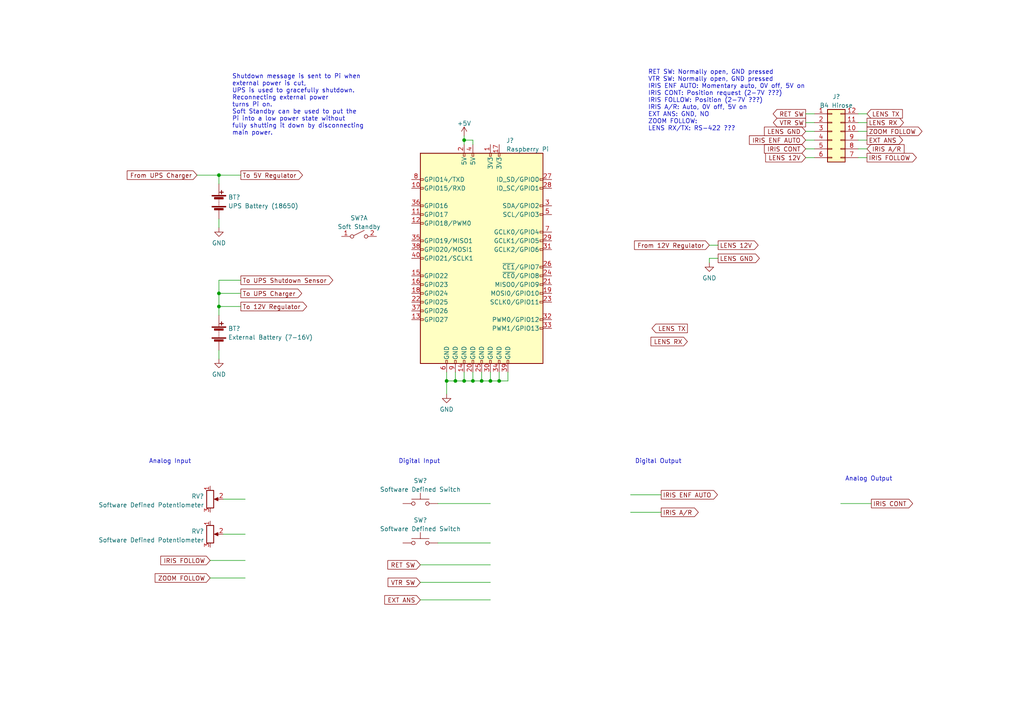
<source format=kicad_sch>
(kicad_sch (version 20211123) (generator eeschema)

  (uuid e63e39d7-6ac0-4ffd-8aa3-1841a4541b55)

  (paper "A4")

  (lib_symbols
    (symbol "Connector:Raspberry_Pi_2_3" (pin_names (offset 1.016)) (in_bom yes) (on_board yes)
      (property "Reference" "J" (id 0) (at -17.78 31.75 0)
        (effects (font (size 1.27 1.27)) (justify left bottom))
      )
      (property "Value" "Raspberry_Pi_2_3" (id 1) (at 10.16 -31.75 0)
        (effects (font (size 1.27 1.27)) (justify left top))
      )
      (property "Footprint" "" (id 2) (at 0 0 0)
        (effects (font (size 1.27 1.27)) hide)
      )
      (property "Datasheet" "https://www.raspberrypi.org/documentation/hardware/raspberrypi/schematics/rpi_SCH_3bplus_1p0_reduced.pdf" (id 3) (at 0 0 0)
        (effects (font (size 1.27 1.27)) hide)
      )
      (property "ki_keywords" "raspberrypi gpio" (id 4) (at 0 0 0)
        (effects (font (size 1.27 1.27)) hide)
      )
      (property "ki_description" "expansion header for Raspberry Pi 2 & 3" (id 5) (at 0 0 0)
        (effects (font (size 1.27 1.27)) hide)
      )
      (property "ki_fp_filters" "PinHeader*2x20*P2.54mm*Vertical* PinSocket*2x20*P2.54mm*Vertical*" (id 6) (at 0 0 0)
        (effects (font (size 1.27 1.27)) hide)
      )
      (symbol "Raspberry_Pi_2_3_0_1"
        (rectangle (start -17.78 30.48) (end 17.78 -30.48)
          (stroke (width 0.254) (type default) (color 0 0 0 0))
          (fill (type background))
        )
      )
      (symbol "Raspberry_Pi_2_3_1_1"
        (rectangle (start -16.891 -17.526) (end -17.78 -18.034)
          (stroke (width 0) (type default) (color 0 0 0 0))
          (fill (type none))
        )
        (rectangle (start -16.891 -14.986) (end -17.78 -15.494)
          (stroke (width 0) (type default) (color 0 0 0 0))
          (fill (type none))
        )
        (rectangle (start -16.891 -12.446) (end -17.78 -12.954)
          (stroke (width 0) (type default) (color 0 0 0 0))
          (fill (type none))
        )
        (rectangle (start -16.891 -9.906) (end -17.78 -10.414)
          (stroke (width 0) (type default) (color 0 0 0 0))
          (fill (type none))
        )
        (rectangle (start -16.891 -7.366) (end -17.78 -7.874)
          (stroke (width 0) (type default) (color 0 0 0 0))
          (fill (type none))
        )
        (rectangle (start -16.891 -4.826) (end -17.78 -5.334)
          (stroke (width 0) (type default) (color 0 0 0 0))
          (fill (type none))
        )
        (rectangle (start -16.891 0.254) (end -17.78 -0.254)
          (stroke (width 0) (type default) (color 0 0 0 0))
          (fill (type none))
        )
        (rectangle (start -16.891 2.794) (end -17.78 2.286)
          (stroke (width 0) (type default) (color 0 0 0 0))
          (fill (type none))
        )
        (rectangle (start -16.891 5.334) (end -17.78 4.826)
          (stroke (width 0) (type default) (color 0 0 0 0))
          (fill (type none))
        )
        (rectangle (start -16.891 10.414) (end -17.78 9.906)
          (stroke (width 0) (type default) (color 0 0 0 0))
          (fill (type none))
        )
        (rectangle (start -16.891 12.954) (end -17.78 12.446)
          (stroke (width 0) (type default) (color 0 0 0 0))
          (fill (type none))
        )
        (rectangle (start -16.891 15.494) (end -17.78 14.986)
          (stroke (width 0) (type default) (color 0 0 0 0))
          (fill (type none))
        )
        (rectangle (start -16.891 20.574) (end -17.78 20.066)
          (stroke (width 0) (type default) (color 0 0 0 0))
          (fill (type none))
        )
        (rectangle (start -16.891 23.114) (end -17.78 22.606)
          (stroke (width 0) (type default) (color 0 0 0 0))
          (fill (type none))
        )
        (rectangle (start -10.414 -29.591) (end -9.906 -30.48)
          (stroke (width 0) (type default) (color 0 0 0 0))
          (fill (type none))
        )
        (rectangle (start -7.874 -29.591) (end -7.366 -30.48)
          (stroke (width 0) (type default) (color 0 0 0 0))
          (fill (type none))
        )
        (rectangle (start -5.334 -29.591) (end -4.826 -30.48)
          (stroke (width 0) (type default) (color 0 0 0 0))
          (fill (type none))
        )
        (rectangle (start -5.334 30.48) (end -4.826 29.591)
          (stroke (width 0) (type default) (color 0 0 0 0))
          (fill (type none))
        )
        (rectangle (start -2.794 -29.591) (end -2.286 -30.48)
          (stroke (width 0) (type default) (color 0 0 0 0))
          (fill (type none))
        )
        (rectangle (start -2.794 30.48) (end -2.286 29.591)
          (stroke (width 0) (type default) (color 0 0 0 0))
          (fill (type none))
        )
        (rectangle (start -0.254 -29.591) (end 0.254 -30.48)
          (stroke (width 0) (type default) (color 0 0 0 0))
          (fill (type none))
        )
        (rectangle (start 2.286 -29.591) (end 2.794 -30.48)
          (stroke (width 0) (type default) (color 0 0 0 0))
          (fill (type none))
        )
        (rectangle (start 2.286 30.48) (end 2.794 29.591)
          (stroke (width 0) (type default) (color 0 0 0 0))
          (fill (type none))
        )
        (rectangle (start 4.826 -29.591) (end 5.334 -30.48)
          (stroke (width 0) (type default) (color 0 0 0 0))
          (fill (type none))
        )
        (rectangle (start 4.826 30.48) (end 5.334 29.591)
          (stroke (width 0) (type default) (color 0 0 0 0))
          (fill (type none))
        )
        (rectangle (start 7.366 -29.591) (end 7.874 -30.48)
          (stroke (width 0) (type default) (color 0 0 0 0))
          (fill (type none))
        )
        (rectangle (start 17.78 -20.066) (end 16.891 -20.574)
          (stroke (width 0) (type default) (color 0 0 0 0))
          (fill (type none))
        )
        (rectangle (start 17.78 -17.526) (end 16.891 -18.034)
          (stroke (width 0) (type default) (color 0 0 0 0))
          (fill (type none))
        )
        (rectangle (start 17.78 -12.446) (end 16.891 -12.954)
          (stroke (width 0) (type default) (color 0 0 0 0))
          (fill (type none))
        )
        (rectangle (start 17.78 -9.906) (end 16.891 -10.414)
          (stroke (width 0) (type default) (color 0 0 0 0))
          (fill (type none))
        )
        (rectangle (start 17.78 -7.366) (end 16.891 -7.874)
          (stroke (width 0) (type default) (color 0 0 0 0))
          (fill (type none))
        )
        (rectangle (start 17.78 -4.826) (end 16.891 -5.334)
          (stroke (width 0) (type default) (color 0 0 0 0))
          (fill (type none))
        )
        (rectangle (start 17.78 -2.286) (end 16.891 -2.794)
          (stroke (width 0) (type default) (color 0 0 0 0))
          (fill (type none))
        )
        (rectangle (start 17.78 2.794) (end 16.891 2.286)
          (stroke (width 0) (type default) (color 0 0 0 0))
          (fill (type none))
        )
        (rectangle (start 17.78 5.334) (end 16.891 4.826)
          (stroke (width 0) (type default) (color 0 0 0 0))
          (fill (type none))
        )
        (rectangle (start 17.78 7.874) (end 16.891 7.366)
          (stroke (width 0) (type default) (color 0 0 0 0))
          (fill (type none))
        )
        (rectangle (start 17.78 12.954) (end 16.891 12.446)
          (stroke (width 0) (type default) (color 0 0 0 0))
          (fill (type none))
        )
        (rectangle (start 17.78 15.494) (end 16.891 14.986)
          (stroke (width 0) (type default) (color 0 0 0 0))
          (fill (type none))
        )
        (rectangle (start 17.78 20.574) (end 16.891 20.066)
          (stroke (width 0) (type default) (color 0 0 0 0))
          (fill (type none))
        )
        (rectangle (start 17.78 23.114) (end 16.891 22.606)
          (stroke (width 0) (type default) (color 0 0 0 0))
          (fill (type none))
        )
        (pin power_in line (at 2.54 33.02 270) (length 2.54)
          (name "3V3" (effects (font (size 1.27 1.27))))
          (number "1" (effects (font (size 1.27 1.27))))
        )
        (pin bidirectional line (at -20.32 20.32 0) (length 2.54)
          (name "GPIO15/RXD" (effects (font (size 1.27 1.27))))
          (number "10" (effects (font (size 1.27 1.27))))
        )
        (pin bidirectional line (at -20.32 12.7 0) (length 2.54)
          (name "GPIO17" (effects (font (size 1.27 1.27))))
          (number "11" (effects (font (size 1.27 1.27))))
        )
        (pin bidirectional line (at -20.32 10.16 0) (length 2.54)
          (name "GPIO18/PWM0" (effects (font (size 1.27 1.27))))
          (number "12" (effects (font (size 1.27 1.27))))
        )
        (pin bidirectional line (at -20.32 -17.78 0) (length 2.54)
          (name "GPIO27" (effects (font (size 1.27 1.27))))
          (number "13" (effects (font (size 1.27 1.27))))
        )
        (pin power_in line (at -5.08 -33.02 90) (length 2.54)
          (name "GND" (effects (font (size 1.27 1.27))))
          (number "14" (effects (font (size 1.27 1.27))))
        )
        (pin bidirectional line (at -20.32 -5.08 0) (length 2.54)
          (name "GPIO22" (effects (font (size 1.27 1.27))))
          (number "15" (effects (font (size 1.27 1.27))))
        )
        (pin bidirectional line (at -20.32 -7.62 0) (length 2.54)
          (name "GPIO23" (effects (font (size 1.27 1.27))))
          (number "16" (effects (font (size 1.27 1.27))))
        )
        (pin power_in line (at 5.08 33.02 270) (length 2.54)
          (name "3V3" (effects (font (size 1.27 1.27))))
          (number "17" (effects (font (size 1.27 1.27))))
        )
        (pin bidirectional line (at -20.32 -10.16 0) (length 2.54)
          (name "GPIO24" (effects (font (size 1.27 1.27))))
          (number "18" (effects (font (size 1.27 1.27))))
        )
        (pin bidirectional line (at 20.32 -10.16 180) (length 2.54)
          (name "MOSI0/GPIO10" (effects (font (size 1.27 1.27))))
          (number "19" (effects (font (size 1.27 1.27))))
        )
        (pin power_in line (at -5.08 33.02 270) (length 2.54)
          (name "5V" (effects (font (size 1.27 1.27))))
          (number "2" (effects (font (size 1.27 1.27))))
        )
        (pin power_in line (at -2.54 -33.02 90) (length 2.54)
          (name "GND" (effects (font (size 1.27 1.27))))
          (number "20" (effects (font (size 1.27 1.27))))
        )
        (pin bidirectional line (at 20.32 -7.62 180) (length 2.54)
          (name "MISO0/GPIO9" (effects (font (size 1.27 1.27))))
          (number "21" (effects (font (size 1.27 1.27))))
        )
        (pin bidirectional line (at -20.32 -12.7 0) (length 2.54)
          (name "GPIO25" (effects (font (size 1.27 1.27))))
          (number "22" (effects (font (size 1.27 1.27))))
        )
        (pin bidirectional line (at 20.32 -12.7 180) (length 2.54)
          (name "SCLK0/GPIO11" (effects (font (size 1.27 1.27))))
          (number "23" (effects (font (size 1.27 1.27))))
        )
        (pin bidirectional line (at 20.32 -5.08 180) (length 2.54)
          (name "~{CE0}/GPIO8" (effects (font (size 1.27 1.27))))
          (number "24" (effects (font (size 1.27 1.27))))
        )
        (pin power_in line (at 0 -33.02 90) (length 2.54)
          (name "GND" (effects (font (size 1.27 1.27))))
          (number "25" (effects (font (size 1.27 1.27))))
        )
        (pin bidirectional line (at 20.32 -2.54 180) (length 2.54)
          (name "~{CE1}/GPIO7" (effects (font (size 1.27 1.27))))
          (number "26" (effects (font (size 1.27 1.27))))
        )
        (pin bidirectional line (at 20.32 22.86 180) (length 2.54)
          (name "ID_SD/GPIO0" (effects (font (size 1.27 1.27))))
          (number "27" (effects (font (size 1.27 1.27))))
        )
        (pin bidirectional line (at 20.32 20.32 180) (length 2.54)
          (name "ID_SC/GPIO1" (effects (font (size 1.27 1.27))))
          (number "28" (effects (font (size 1.27 1.27))))
        )
        (pin bidirectional line (at 20.32 5.08 180) (length 2.54)
          (name "GCLK1/GPIO5" (effects (font (size 1.27 1.27))))
          (number "29" (effects (font (size 1.27 1.27))))
        )
        (pin bidirectional line (at 20.32 15.24 180) (length 2.54)
          (name "SDA/GPIO2" (effects (font (size 1.27 1.27))))
          (number "3" (effects (font (size 1.27 1.27))))
        )
        (pin power_in line (at 2.54 -33.02 90) (length 2.54)
          (name "GND" (effects (font (size 1.27 1.27))))
          (number "30" (effects (font (size 1.27 1.27))))
        )
        (pin bidirectional line (at 20.32 2.54 180) (length 2.54)
          (name "GCLK2/GPIO6" (effects (font (size 1.27 1.27))))
          (number "31" (effects (font (size 1.27 1.27))))
        )
        (pin bidirectional line (at 20.32 -17.78 180) (length 2.54)
          (name "PWM0/GPIO12" (effects (font (size 1.27 1.27))))
          (number "32" (effects (font (size 1.27 1.27))))
        )
        (pin bidirectional line (at 20.32 -20.32 180) (length 2.54)
          (name "PWM1/GPIO13" (effects (font (size 1.27 1.27))))
          (number "33" (effects (font (size 1.27 1.27))))
        )
        (pin power_in line (at 5.08 -33.02 90) (length 2.54)
          (name "GND" (effects (font (size 1.27 1.27))))
          (number "34" (effects (font (size 1.27 1.27))))
        )
        (pin bidirectional line (at -20.32 5.08 0) (length 2.54)
          (name "GPIO19/MISO1" (effects (font (size 1.27 1.27))))
          (number "35" (effects (font (size 1.27 1.27))))
        )
        (pin bidirectional line (at -20.32 15.24 0) (length 2.54)
          (name "GPIO16" (effects (font (size 1.27 1.27))))
          (number "36" (effects (font (size 1.27 1.27))))
        )
        (pin bidirectional line (at -20.32 -15.24 0) (length 2.54)
          (name "GPIO26" (effects (font (size 1.27 1.27))))
          (number "37" (effects (font (size 1.27 1.27))))
        )
        (pin bidirectional line (at -20.32 2.54 0) (length 2.54)
          (name "GPIO20/MOSI1" (effects (font (size 1.27 1.27))))
          (number "38" (effects (font (size 1.27 1.27))))
        )
        (pin power_in line (at 7.62 -33.02 90) (length 2.54)
          (name "GND" (effects (font (size 1.27 1.27))))
          (number "39" (effects (font (size 1.27 1.27))))
        )
        (pin power_in line (at -2.54 33.02 270) (length 2.54)
          (name "5V" (effects (font (size 1.27 1.27))))
          (number "4" (effects (font (size 1.27 1.27))))
        )
        (pin bidirectional line (at -20.32 0 0) (length 2.54)
          (name "GPIO21/SCLK1" (effects (font (size 1.27 1.27))))
          (number "40" (effects (font (size 1.27 1.27))))
        )
        (pin bidirectional line (at 20.32 12.7 180) (length 2.54)
          (name "SCL/GPIO3" (effects (font (size 1.27 1.27))))
          (number "5" (effects (font (size 1.27 1.27))))
        )
        (pin power_in line (at -10.16 -33.02 90) (length 2.54)
          (name "GND" (effects (font (size 1.27 1.27))))
          (number "6" (effects (font (size 1.27 1.27))))
        )
        (pin bidirectional line (at 20.32 7.62 180) (length 2.54)
          (name "GCLK0/GPIO4" (effects (font (size 1.27 1.27))))
          (number "7" (effects (font (size 1.27 1.27))))
        )
        (pin bidirectional line (at -20.32 22.86 0) (length 2.54)
          (name "GPIO14/TXD" (effects (font (size 1.27 1.27))))
          (number "8" (effects (font (size 1.27 1.27))))
        )
        (pin power_in line (at -7.62 -33.02 90) (length 2.54)
          (name "GND" (effects (font (size 1.27 1.27))))
          (number "9" (effects (font (size 1.27 1.27))))
        )
      )
    )
    (symbol "Connector_Generic:Conn_02x06_Counter_Clockwise" (pin_names (offset 1.016) hide) (in_bom yes) (on_board yes)
      (property "Reference" "J" (id 0) (at 1.27 7.62 0)
        (effects (font (size 1.27 1.27)))
      )
      (property "Value" "Conn_02x06_Counter_Clockwise" (id 1) (at 1.27 -10.16 0)
        (effects (font (size 1.27 1.27)))
      )
      (property "Footprint" "" (id 2) (at 0 0 0)
        (effects (font (size 1.27 1.27)) hide)
      )
      (property "Datasheet" "~" (id 3) (at 0 0 0)
        (effects (font (size 1.27 1.27)) hide)
      )
      (property "ki_keywords" "connector" (id 4) (at 0 0 0)
        (effects (font (size 1.27 1.27)) hide)
      )
      (property "ki_description" "Generic connector, double row, 02x06, counter clockwise pin numbering scheme (similar to DIP packge numbering), script generated (kicad-library-utils/schlib/autogen/connector/)" (id 5) (at 0 0 0)
        (effects (font (size 1.27 1.27)) hide)
      )
      (property "ki_fp_filters" "Connector*:*_2x??_*" (id 6) (at 0 0 0)
        (effects (font (size 1.27 1.27)) hide)
      )
      (symbol "Conn_02x06_Counter_Clockwise_1_1"
        (rectangle (start -1.27 -7.493) (end 0 -7.747)
          (stroke (width 0.1524) (type default) (color 0 0 0 0))
          (fill (type none))
        )
        (rectangle (start -1.27 -4.953) (end 0 -5.207)
          (stroke (width 0.1524) (type default) (color 0 0 0 0))
          (fill (type none))
        )
        (rectangle (start -1.27 -2.413) (end 0 -2.667)
          (stroke (width 0.1524) (type default) (color 0 0 0 0))
          (fill (type none))
        )
        (rectangle (start -1.27 0.127) (end 0 -0.127)
          (stroke (width 0.1524) (type default) (color 0 0 0 0))
          (fill (type none))
        )
        (rectangle (start -1.27 2.667) (end 0 2.413)
          (stroke (width 0.1524) (type default) (color 0 0 0 0))
          (fill (type none))
        )
        (rectangle (start -1.27 5.207) (end 0 4.953)
          (stroke (width 0.1524) (type default) (color 0 0 0 0))
          (fill (type none))
        )
        (rectangle (start -1.27 6.35) (end 3.81 -8.89)
          (stroke (width 0.254) (type default) (color 0 0 0 0))
          (fill (type background))
        )
        (rectangle (start 3.81 -7.493) (end 2.54 -7.747)
          (stroke (width 0.1524) (type default) (color 0 0 0 0))
          (fill (type none))
        )
        (rectangle (start 3.81 -4.953) (end 2.54 -5.207)
          (stroke (width 0.1524) (type default) (color 0 0 0 0))
          (fill (type none))
        )
        (rectangle (start 3.81 -2.413) (end 2.54 -2.667)
          (stroke (width 0.1524) (type default) (color 0 0 0 0))
          (fill (type none))
        )
        (rectangle (start 3.81 0.127) (end 2.54 -0.127)
          (stroke (width 0.1524) (type default) (color 0 0 0 0))
          (fill (type none))
        )
        (rectangle (start 3.81 2.667) (end 2.54 2.413)
          (stroke (width 0.1524) (type default) (color 0 0 0 0))
          (fill (type none))
        )
        (rectangle (start 3.81 5.207) (end 2.54 4.953)
          (stroke (width 0.1524) (type default) (color 0 0 0 0))
          (fill (type none))
        )
        (pin passive line (at -5.08 5.08 0) (length 3.81)
          (name "Pin_1" (effects (font (size 1.27 1.27))))
          (number "1" (effects (font (size 1.27 1.27))))
        )
        (pin passive line (at 7.62 0 180) (length 3.81)
          (name "Pin_10" (effects (font (size 1.27 1.27))))
          (number "10" (effects (font (size 1.27 1.27))))
        )
        (pin passive line (at 7.62 2.54 180) (length 3.81)
          (name "Pin_11" (effects (font (size 1.27 1.27))))
          (number "11" (effects (font (size 1.27 1.27))))
        )
        (pin passive line (at 7.62 5.08 180) (length 3.81)
          (name "Pin_12" (effects (font (size 1.27 1.27))))
          (number "12" (effects (font (size 1.27 1.27))))
        )
        (pin passive line (at -5.08 2.54 0) (length 3.81)
          (name "Pin_2" (effects (font (size 1.27 1.27))))
          (number "2" (effects (font (size 1.27 1.27))))
        )
        (pin passive line (at -5.08 0 0) (length 3.81)
          (name "Pin_3" (effects (font (size 1.27 1.27))))
          (number "3" (effects (font (size 1.27 1.27))))
        )
        (pin passive line (at -5.08 -2.54 0) (length 3.81)
          (name "Pin_4" (effects (font (size 1.27 1.27))))
          (number "4" (effects (font (size 1.27 1.27))))
        )
        (pin passive line (at -5.08 -5.08 0) (length 3.81)
          (name "Pin_5" (effects (font (size 1.27 1.27))))
          (number "5" (effects (font (size 1.27 1.27))))
        )
        (pin passive line (at -5.08 -7.62 0) (length 3.81)
          (name "Pin_6" (effects (font (size 1.27 1.27))))
          (number "6" (effects (font (size 1.27 1.27))))
        )
        (pin passive line (at 7.62 -7.62 180) (length 3.81)
          (name "Pin_7" (effects (font (size 1.27 1.27))))
          (number "7" (effects (font (size 1.27 1.27))))
        )
        (pin passive line (at 7.62 -5.08 180) (length 3.81)
          (name "Pin_8" (effects (font (size 1.27 1.27))))
          (number "8" (effects (font (size 1.27 1.27))))
        )
        (pin passive line (at 7.62 -2.54 180) (length 3.81)
          (name "Pin_9" (effects (font (size 1.27 1.27))))
          (number "9" (effects (font (size 1.27 1.27))))
        )
      )
    )
    (symbol "Device:Battery" (pin_numbers hide) (pin_names (offset 0) hide) (in_bom yes) (on_board yes)
      (property "Reference" "BT" (id 0) (at 2.54 2.54 0)
        (effects (font (size 1.27 1.27)) (justify left))
      )
      (property "Value" "Battery" (id 1) (at 2.54 0 0)
        (effects (font (size 1.27 1.27)) (justify left))
      )
      (property "Footprint" "" (id 2) (at 0 1.524 90)
        (effects (font (size 1.27 1.27)) hide)
      )
      (property "Datasheet" "~" (id 3) (at 0 1.524 90)
        (effects (font (size 1.27 1.27)) hide)
      )
      (property "ki_keywords" "batt voltage-source cell" (id 4) (at 0 0 0)
        (effects (font (size 1.27 1.27)) hide)
      )
      (property "ki_description" "Multiple-cell battery" (id 5) (at 0 0 0)
        (effects (font (size 1.27 1.27)) hide)
      )
      (symbol "Battery_0_1"
        (rectangle (start -2.032 -1.397) (end 2.032 -1.651)
          (stroke (width 0) (type default) (color 0 0 0 0))
          (fill (type outline))
        )
        (rectangle (start -2.032 1.778) (end 2.032 1.524)
          (stroke (width 0) (type default) (color 0 0 0 0))
          (fill (type outline))
        )
        (rectangle (start -1.3208 -1.9812) (end 1.27 -2.4892)
          (stroke (width 0) (type default) (color 0 0 0 0))
          (fill (type outline))
        )
        (rectangle (start -1.3208 1.1938) (end 1.27 0.6858)
          (stroke (width 0) (type default) (color 0 0 0 0))
          (fill (type outline))
        )
        (polyline
          (pts
            (xy 0 -1.524)
            (xy 0 -1.27)
          )
          (stroke (width 0) (type default) (color 0 0 0 0))
          (fill (type none))
        )
        (polyline
          (pts
            (xy 0 -1.016)
            (xy 0 -0.762)
          )
          (stroke (width 0) (type default) (color 0 0 0 0))
          (fill (type none))
        )
        (polyline
          (pts
            (xy 0 -0.508)
            (xy 0 -0.254)
          )
          (stroke (width 0) (type default) (color 0 0 0 0))
          (fill (type none))
        )
        (polyline
          (pts
            (xy 0 0)
            (xy 0 0.254)
          )
          (stroke (width 0) (type default) (color 0 0 0 0))
          (fill (type none))
        )
        (polyline
          (pts
            (xy 0 0.508)
            (xy 0 0.762)
          )
          (stroke (width 0) (type default) (color 0 0 0 0))
          (fill (type none))
        )
        (polyline
          (pts
            (xy 0 1.778)
            (xy 0 2.54)
          )
          (stroke (width 0) (type default) (color 0 0 0 0))
          (fill (type none))
        )
        (polyline
          (pts
            (xy 0.254 2.667)
            (xy 1.27 2.667)
          )
          (stroke (width 0.254) (type default) (color 0 0 0 0))
          (fill (type none))
        )
        (polyline
          (pts
            (xy 0.762 3.175)
            (xy 0.762 2.159)
          )
          (stroke (width 0.254) (type default) (color 0 0 0 0))
          (fill (type none))
        )
      )
      (symbol "Battery_1_1"
        (pin passive line (at 0 5.08 270) (length 2.54)
          (name "+" (effects (font (size 1.27 1.27))))
          (number "1" (effects (font (size 1.27 1.27))))
        )
        (pin passive line (at 0 -5.08 90) (length 2.54)
          (name "-" (effects (font (size 1.27 1.27))))
          (number "2" (effects (font (size 1.27 1.27))))
        )
      )
    )
    (symbol "Device:R_Potentiometer" (pin_names (offset 1.016) hide) (in_bom yes) (on_board yes)
      (property "Reference" "RV" (id 0) (at -4.445 0 90)
        (effects (font (size 1.27 1.27)))
      )
      (property "Value" "R_Potentiometer" (id 1) (at -2.54 0 90)
        (effects (font (size 1.27 1.27)))
      )
      (property "Footprint" "" (id 2) (at 0 0 0)
        (effects (font (size 1.27 1.27)) hide)
      )
      (property "Datasheet" "~" (id 3) (at 0 0 0)
        (effects (font (size 1.27 1.27)) hide)
      )
      (property "ki_keywords" "resistor variable" (id 4) (at 0 0 0)
        (effects (font (size 1.27 1.27)) hide)
      )
      (property "ki_description" "Potentiometer" (id 5) (at 0 0 0)
        (effects (font (size 1.27 1.27)) hide)
      )
      (property "ki_fp_filters" "Potentiometer*" (id 6) (at 0 0 0)
        (effects (font (size 1.27 1.27)) hide)
      )
      (symbol "R_Potentiometer_0_1"
        (polyline
          (pts
            (xy 2.54 0)
            (xy 1.524 0)
          )
          (stroke (width 0) (type default) (color 0 0 0 0))
          (fill (type none))
        )
        (polyline
          (pts
            (xy 1.143 0)
            (xy 2.286 0.508)
            (xy 2.286 -0.508)
            (xy 1.143 0)
          )
          (stroke (width 0) (type default) (color 0 0 0 0))
          (fill (type outline))
        )
        (rectangle (start 1.016 2.54) (end -1.016 -2.54)
          (stroke (width 0.254) (type default) (color 0 0 0 0))
          (fill (type none))
        )
      )
      (symbol "R_Potentiometer_1_1"
        (pin passive line (at 0 3.81 270) (length 1.27)
          (name "1" (effects (font (size 1.27 1.27))))
          (number "1" (effects (font (size 1.27 1.27))))
        )
        (pin passive line (at 3.81 0 180) (length 1.27)
          (name "2" (effects (font (size 1.27 1.27))))
          (number "2" (effects (font (size 1.27 1.27))))
        )
        (pin passive line (at 0 -3.81 90) (length 1.27)
          (name "3" (effects (font (size 1.27 1.27))))
          (number "3" (effects (font (size 1.27 1.27))))
        )
      )
    )
    (symbol "Switch:SW_DPST_x2" (pin_names (offset 0) hide) (in_bom yes) (on_board yes)
      (property "Reference" "SW" (id 0) (at 0 3.175 0)
        (effects (font (size 1.27 1.27)))
      )
      (property "Value" "SW_DPST_x2" (id 1) (at 0 -2.54 0)
        (effects (font (size 1.27 1.27)))
      )
      (property "Footprint" "" (id 2) (at 0 0 0)
        (effects (font (size 1.27 1.27)) hide)
      )
      (property "Datasheet" "~" (id 3) (at 0 0 0)
        (effects (font (size 1.27 1.27)) hide)
      )
      (property "ki_keywords" "switch lever" (id 4) (at 0 0 0)
        (effects (font (size 1.27 1.27)) hide)
      )
      (property "ki_description" "Single Pole Single Throw (SPST) switch, separate symbol" (id 5) (at 0 0 0)
        (effects (font (size 1.27 1.27)) hide)
      )
      (symbol "SW_DPST_x2_0_0"
        (circle (center -2.032 0) (radius 0.508)
          (stroke (width 0) (type default) (color 0 0 0 0))
          (fill (type none))
        )
        (polyline
          (pts
            (xy -1.524 0.254)
            (xy 1.524 1.778)
          )
          (stroke (width 0) (type default) (color 0 0 0 0))
          (fill (type none))
        )
        (circle (center 2.032 0) (radius 0.508)
          (stroke (width 0) (type default) (color 0 0 0 0))
          (fill (type none))
        )
      )
      (symbol "SW_DPST_x2_1_1"
        (pin passive line (at -5.08 0 0) (length 2.54)
          (name "A" (effects (font (size 1.27 1.27))))
          (number "1" (effects (font (size 1.27 1.27))))
        )
        (pin passive line (at 5.08 0 180) (length 2.54)
          (name "B" (effects (font (size 1.27 1.27))))
          (number "2" (effects (font (size 1.27 1.27))))
        )
      )
      (symbol "SW_DPST_x2_2_1"
        (pin passive line (at -5.08 0 0) (length 2.54)
          (name "A" (effects (font (size 1.27 1.27))))
          (number "3" (effects (font (size 1.27 1.27))))
        )
        (pin passive line (at 5.08 0 180) (length 2.54)
          (name "B" (effects (font (size 1.27 1.27))))
          (number "4" (effects (font (size 1.27 1.27))))
        )
      )
    )
    (symbol "Switch:SW_Push" (pin_numbers hide) (pin_names (offset 1.016) hide) (in_bom yes) (on_board yes)
      (property "Reference" "SW" (id 0) (at 1.27 2.54 0)
        (effects (font (size 1.27 1.27)) (justify left))
      )
      (property "Value" "SW_Push" (id 1) (at 0 -1.524 0)
        (effects (font (size 1.27 1.27)))
      )
      (property "Footprint" "" (id 2) (at 0 5.08 0)
        (effects (font (size 1.27 1.27)) hide)
      )
      (property "Datasheet" "~" (id 3) (at 0 5.08 0)
        (effects (font (size 1.27 1.27)) hide)
      )
      (property "ki_keywords" "switch normally-open pushbutton push-button" (id 4) (at 0 0 0)
        (effects (font (size 1.27 1.27)) hide)
      )
      (property "ki_description" "Push button switch, generic, two pins" (id 5) (at 0 0 0)
        (effects (font (size 1.27 1.27)) hide)
      )
      (symbol "SW_Push_0_1"
        (circle (center -2.032 0) (radius 0.508)
          (stroke (width 0) (type default) (color 0 0 0 0))
          (fill (type none))
        )
        (polyline
          (pts
            (xy 0 1.27)
            (xy 0 3.048)
          )
          (stroke (width 0) (type default) (color 0 0 0 0))
          (fill (type none))
        )
        (polyline
          (pts
            (xy 2.54 1.27)
            (xy -2.54 1.27)
          )
          (stroke (width 0) (type default) (color 0 0 0 0))
          (fill (type none))
        )
        (circle (center 2.032 0) (radius 0.508)
          (stroke (width 0) (type default) (color 0 0 0 0))
          (fill (type none))
        )
        (pin passive line (at -5.08 0 0) (length 2.54)
          (name "1" (effects (font (size 1.27 1.27))))
          (number "1" (effects (font (size 1.27 1.27))))
        )
        (pin passive line (at 5.08 0 180) (length 2.54)
          (name "2" (effects (font (size 1.27 1.27))))
          (number "2" (effects (font (size 1.27 1.27))))
        )
      )
    )
    (symbol "power:+5V" (power) (pin_names (offset 0)) (in_bom yes) (on_board yes)
      (property "Reference" "#PWR" (id 0) (at 0 -3.81 0)
        (effects (font (size 1.27 1.27)) hide)
      )
      (property "Value" "+5V" (id 1) (at 0 3.556 0)
        (effects (font (size 1.27 1.27)))
      )
      (property "Footprint" "" (id 2) (at 0 0 0)
        (effects (font (size 1.27 1.27)) hide)
      )
      (property "Datasheet" "" (id 3) (at 0 0 0)
        (effects (font (size 1.27 1.27)) hide)
      )
      (property "ki_keywords" "power-flag" (id 4) (at 0 0 0)
        (effects (font (size 1.27 1.27)) hide)
      )
      (property "ki_description" "Power symbol creates a global label with name \"+5V\"" (id 5) (at 0 0 0)
        (effects (font (size 1.27 1.27)) hide)
      )
      (symbol "+5V_0_1"
        (polyline
          (pts
            (xy -0.762 1.27)
            (xy 0 2.54)
          )
          (stroke (width 0) (type default) (color 0 0 0 0))
          (fill (type none))
        )
        (polyline
          (pts
            (xy 0 0)
            (xy 0 2.54)
          )
          (stroke (width 0) (type default) (color 0 0 0 0))
          (fill (type none))
        )
        (polyline
          (pts
            (xy 0 2.54)
            (xy 0.762 1.27)
          )
          (stroke (width 0) (type default) (color 0 0 0 0))
          (fill (type none))
        )
      )
      (symbol "+5V_1_1"
        (pin power_in line (at 0 0 90) (length 0) hide
          (name "+5V" (effects (font (size 1.27 1.27))))
          (number "1" (effects (font (size 1.27 1.27))))
        )
      )
    )
    (symbol "power:GND" (power) (pin_names (offset 0)) (in_bom yes) (on_board yes)
      (property "Reference" "#PWR" (id 0) (at 0 -6.35 0)
        (effects (font (size 1.27 1.27)) hide)
      )
      (property "Value" "GND" (id 1) (at 0 -3.81 0)
        (effects (font (size 1.27 1.27)))
      )
      (property "Footprint" "" (id 2) (at 0 0 0)
        (effects (font (size 1.27 1.27)) hide)
      )
      (property "Datasheet" "" (id 3) (at 0 0 0)
        (effects (font (size 1.27 1.27)) hide)
      )
      (property "ki_keywords" "power-flag" (id 4) (at 0 0 0)
        (effects (font (size 1.27 1.27)) hide)
      )
      (property "ki_description" "Power symbol creates a global label with name \"GND\" , ground" (id 5) (at 0 0 0)
        (effects (font (size 1.27 1.27)) hide)
      )
      (symbol "GND_0_1"
        (polyline
          (pts
            (xy 0 0)
            (xy 0 -1.27)
            (xy 1.27 -1.27)
            (xy 0 -2.54)
            (xy -1.27 -1.27)
            (xy 0 -1.27)
          )
          (stroke (width 0) (type default) (color 0 0 0 0))
          (fill (type none))
        )
      )
      (symbol "GND_1_1"
        (pin power_in line (at 0 0 270) (length 0) hide
          (name "GND" (effects (font (size 1.27 1.27))))
          (number "1" (effects (font (size 1.27 1.27))))
        )
      )
    )
  )

  (junction (at 132.08 110.49) (diameter 0) (color 0 0 0 0)
    (uuid 00a8b8b4-1137-488b-b26e-0845f091eb49)
  )
  (junction (at 144.78 110.49) (diameter 0) (color 0 0 0 0)
    (uuid 09881b75-99ea-48e4-9343-6035ecbed2e9)
  )
  (junction (at 134.62 110.49) (diameter 0) (color 0 0 0 0)
    (uuid 286f1f8b-2649-4dc9-96eb-8d128329a332)
  )
  (junction (at 63.5 88.9) (diameter 0) (color 0 0 0 0)
    (uuid 57f75ddf-b841-4e40-a2c1-b0e845e98ff0)
  )
  (junction (at 139.7 110.49) (diameter 0) (color 0 0 0 0)
    (uuid 6722264c-0208-4da9-9f86-0b87b5f5f70d)
  )
  (junction (at 63.5 50.8) (diameter 0) (color 0 0 0 0)
    (uuid 80e31a69-d3b4-40fc-843e-8574c865a52a)
  )
  (junction (at 134.62 40.64) (diameter 0) (color 0 0 0 0)
    (uuid 814ac378-924f-4975-80f5-da2c6f314978)
  )
  (junction (at 137.16 110.49) (diameter 0) (color 0 0 0 0)
    (uuid b9471385-2bc2-4c13-8293-d5f9ae77b19e)
  )
  (junction (at 142.24 110.49) (diameter 0) (color 0 0 0 0)
    (uuid cb417088-c5b7-42c9-ae50-1e342294eac7)
  )
  (junction (at 129.54 110.49) (diameter 0) (color 0 0 0 0)
    (uuid d9da6e39-ea5e-4db5-adda-fd17ce056dd0)
  )
  (junction (at 63.5 85.09) (diameter 0) (color 0 0 0 0)
    (uuid e3e4aace-18a5-4e72-8cb7-583a49ceeb9a)
  )

  (wire (pts (xy 63.5 53.34) (xy 63.5 50.8))
    (stroke (width 0) (type default) (color 0 0 0 0))
    (uuid 0214d576-66ee-46aa-bc69-772834d2ddea)
  )
  (wire (pts (xy 191.77 143.51) (xy 182.88 143.51))
    (stroke (width 0) (type default) (color 0 0 0 0))
    (uuid 0bfbb0ef-3b2a-4a88-b7c8-31a8f2800387)
  )
  (wire (pts (xy 63.5 85.09) (xy 63.5 88.9))
    (stroke (width 0) (type default) (color 0 0 0 0))
    (uuid 134f7721-d402-418e-8369-051d45848ab4)
  )
  (wire (pts (xy 147.32 107.95) (xy 147.32 110.49))
    (stroke (width 0) (type default) (color 0 0 0 0))
    (uuid 2441ddfd-6f0e-47d2-a59f-d69b205f0890)
  )
  (wire (pts (xy 248.92 35.56) (xy 251.46 35.56))
    (stroke (width 0) (type default) (color 0 0 0 0))
    (uuid 25e406a2-485b-4014-8557-856f7fa3b0fc)
  )
  (wire (pts (xy 191.77 148.59) (xy 182.88 148.59))
    (stroke (width 0) (type default) (color 0 0 0 0))
    (uuid 32f5cb98-e1a5-4085-b312-07dce7167ac6)
  )
  (wire (pts (xy 63.5 88.9) (xy 69.85 88.9))
    (stroke (width 0) (type default) (color 0 0 0 0))
    (uuid 35cf8752-3de9-4ee0-9341-3a4da370eb13)
  )
  (wire (pts (xy 144.78 110.49) (xy 142.24 110.49))
    (stroke (width 0) (type default) (color 0 0 0 0))
    (uuid 380d8034-62e9-44fe-9b1c-5017f20e4828)
  )
  (wire (pts (xy 121.92 168.91) (xy 142.24 168.91))
    (stroke (width 0) (type default) (color 0 0 0 0))
    (uuid 3f0e92ec-7aa8-42d6-a90a-c7a1055ef6b2)
  )
  (wire (pts (xy 127 146.05) (xy 142.24 146.05))
    (stroke (width 0) (type default) (color 0 0 0 0))
    (uuid 40943e86-1b35-47ba-b283-c3d182b1e607)
  )
  (wire (pts (xy 132.08 110.49) (xy 129.54 110.49))
    (stroke (width 0) (type default) (color 0 0 0 0))
    (uuid 435cc44d-c00c-4c31-8a0f-e717ce97e87d)
  )
  (wire (pts (xy 134.62 40.64) (xy 134.62 41.91))
    (stroke (width 0) (type default) (color 0 0 0 0))
    (uuid 49c2fd7d-72ec-477f-b66d-ed8b06c65c5c)
  )
  (wire (pts (xy 121.92 163.83) (xy 142.24 163.83))
    (stroke (width 0) (type default) (color 0 0 0 0))
    (uuid 4a00f2c0-fa78-449b-9230-edd0c5774a89)
  )
  (wire (pts (xy 63.5 81.28) (xy 63.5 85.09))
    (stroke (width 0) (type default) (color 0 0 0 0))
    (uuid 534e7287-3c57-44a3-a21b-9e6571b6866b)
  )
  (wire (pts (xy 60.96 167.64) (xy 71.12 167.64))
    (stroke (width 0) (type default) (color 0 0 0 0))
    (uuid 54e1fba2-bfb3-4e4f-8635-2ada16197ab1)
  )
  (wire (pts (xy 127 157.48) (xy 142.24 157.48))
    (stroke (width 0) (type default) (color 0 0 0 0))
    (uuid 596f6a48-864a-4ab9-ad18-0bc6398e53eb)
  )
  (wire (pts (xy 137.16 110.49) (xy 134.62 110.49))
    (stroke (width 0) (type default) (color 0 0 0 0))
    (uuid 5ded028f-9658-4b49-82b0-8120a05abca8)
  )
  (wire (pts (xy 63.5 50.8) (xy 69.85 50.8))
    (stroke (width 0) (type default) (color 0 0 0 0))
    (uuid 5f1a56d3-ed6d-4ca6-a008-efbdac068efa)
  )
  (wire (pts (xy 233.68 43.18) (xy 236.22 43.18))
    (stroke (width 0) (type default) (color 0 0 0 0))
    (uuid 608cb15b-3e44-469b-9cc1-275927e278e8)
  )
  (wire (pts (xy 248.92 33.02) (xy 251.46 33.02))
    (stroke (width 0) (type default) (color 0 0 0 0))
    (uuid 61b0a802-9143-423a-9847-e1bd6d41eb73)
  )
  (wire (pts (xy 57.15 50.8) (xy 63.5 50.8))
    (stroke (width 0) (type default) (color 0 0 0 0))
    (uuid 660fed60-6def-445d-96f9-be872e6a3511)
  )
  (wire (pts (xy 139.7 110.49) (xy 137.16 110.49))
    (stroke (width 0) (type default) (color 0 0 0 0))
    (uuid 679c9151-ddde-4807-9fca-a5b3469bae72)
  )
  (wire (pts (xy 233.68 33.02) (xy 236.22 33.02))
    (stroke (width 0) (type default) (color 0 0 0 0))
    (uuid 6d4c13d7-cbf2-466f-a8c5-9fc7c9f42f4d)
  )
  (wire (pts (xy 134.62 40.64) (xy 137.16 40.64))
    (stroke (width 0) (type default) (color 0 0 0 0))
    (uuid 6d78f4d8-e220-4eb6-a357-1a297e457081)
  )
  (wire (pts (xy 129.54 107.95) (xy 129.54 110.49))
    (stroke (width 0) (type default) (color 0 0 0 0))
    (uuid 74096c44-d238-4557-bb37-ea432ac82f80)
  )
  (wire (pts (xy 132.08 107.95) (xy 132.08 110.49))
    (stroke (width 0) (type default) (color 0 0 0 0))
    (uuid 74d6319b-8201-4db2-b901-e3a77803d3a3)
  )
  (wire (pts (xy 233.68 35.56) (xy 236.22 35.56))
    (stroke (width 0) (type default) (color 0 0 0 0))
    (uuid 7577e57e-5b55-43bc-b7b3-4c0d18ef2821)
  )
  (wire (pts (xy 248.92 38.1) (xy 251.46 38.1))
    (stroke (width 0) (type default) (color 0 0 0 0))
    (uuid 75e3fd5a-6f1c-4bea-b649-4d9c115b7c1e)
  )
  (wire (pts (xy 205.74 74.93) (xy 208.28 74.93))
    (stroke (width 0) (type default) (color 0 0 0 0))
    (uuid 837e8d20-7ed4-45eb-97d8-be43878f7425)
  )
  (wire (pts (xy 233.68 38.1) (xy 236.22 38.1))
    (stroke (width 0) (type default) (color 0 0 0 0))
    (uuid 8e851ac1-e0df-40bf-835a-47b1c8d51a0c)
  )
  (wire (pts (xy 134.62 107.95) (xy 134.62 110.49))
    (stroke (width 0) (type default) (color 0 0 0 0))
    (uuid 90de98fd-9142-4d76-80ea-5a4a2c0f7cb5)
  )
  (wire (pts (xy 64.77 144.78) (xy 71.12 144.78))
    (stroke (width 0) (type default) (color 0 0 0 0))
    (uuid 923b224b-dbac-4b03-ac90-ded1b7e85b4f)
  )
  (wire (pts (xy 63.5 101.6) (xy 63.5 104.14))
    (stroke (width 0) (type default) (color 0 0 0 0))
    (uuid 9ba1f56b-f3fe-4a8b-82a2-c28c1eac9646)
  )
  (wire (pts (xy 144.78 107.95) (xy 144.78 110.49))
    (stroke (width 0) (type default) (color 0 0 0 0))
    (uuid 9d982260-d8a6-4c83-907d-1ac6a6481d5f)
  )
  (wire (pts (xy 60.96 162.56) (xy 71.12 162.56))
    (stroke (width 0) (type default) (color 0 0 0 0))
    (uuid a070f385-d6af-4ba5-899e-8ca2d23e9509)
  )
  (wire (pts (xy 129.54 110.49) (xy 129.54 114.3))
    (stroke (width 0) (type default) (color 0 0 0 0))
    (uuid b0934fcd-8336-400d-954a-e7461ff38125)
  )
  (wire (pts (xy 248.92 45.72) (xy 251.46 45.72))
    (stroke (width 0) (type default) (color 0 0 0 0))
    (uuid b4aff42a-2d82-46b4-bfae-2732c31c41f4)
  )
  (wire (pts (xy 252.73 146.05) (xy 243.84 146.05))
    (stroke (width 0) (type default) (color 0 0 0 0))
    (uuid b5aefeb8-0ba9-42ae-857f-57cc84f611d0)
  )
  (wire (pts (xy 139.7 107.95) (xy 139.7 110.49))
    (stroke (width 0) (type default) (color 0 0 0 0))
    (uuid b82e7c44-58fa-4837-ba32-7dd0862b0208)
  )
  (wire (pts (xy 137.16 107.95) (xy 137.16 110.49))
    (stroke (width 0) (type default) (color 0 0 0 0))
    (uuid b8e15795-68f5-44dd-88f6-873d5b2c8993)
  )
  (wire (pts (xy 205.74 76.2) (xy 205.74 74.93))
    (stroke (width 0) (type default) (color 0 0 0 0))
    (uuid bd3ddf47-a640-4d0b-a7e5-cb706101474c)
  )
  (wire (pts (xy 205.74 71.12) (xy 208.28 71.12))
    (stroke (width 0) (type default) (color 0 0 0 0))
    (uuid be5ebfbb-df80-405f-b5e6-2aeb5ecc5e8e)
  )
  (wire (pts (xy 69.85 81.28) (xy 63.5 81.28))
    (stroke (width 0) (type default) (color 0 0 0 0))
    (uuid c7252e47-4f93-43b5-b5e6-0c2038f5fbb1)
  )
  (wire (pts (xy 134.62 39.37) (xy 134.62 40.64))
    (stroke (width 0) (type default) (color 0 0 0 0))
    (uuid ca71008d-2b24-473b-9ed4-1b5ee8c85af2)
  )
  (wire (pts (xy 69.85 85.09) (xy 63.5 85.09))
    (stroke (width 0) (type default) (color 0 0 0 0))
    (uuid cb2b75fd-856a-463c-b816-69bae5d8a2aa)
  )
  (wire (pts (xy 63.5 91.44) (xy 63.5 88.9))
    (stroke (width 0) (type default) (color 0 0 0 0))
    (uuid d58fda8d-045c-49a4-a14e-26ba40a9e9e3)
  )
  (wire (pts (xy 121.92 173.99) (xy 142.24 173.99))
    (stroke (width 0) (type default) (color 0 0 0 0))
    (uuid db2f74b5-3a9b-454b-a453-16421c0f8cc3)
  )
  (wire (pts (xy 137.16 41.91) (xy 137.16 40.64))
    (stroke (width 0) (type default) (color 0 0 0 0))
    (uuid dcaa90bb-fb4d-4481-9b27-a1e0c068c860)
  )
  (wire (pts (xy 142.24 107.95) (xy 142.24 110.49))
    (stroke (width 0) (type default) (color 0 0 0 0))
    (uuid e2a4d2ce-2818-4a8a-8bfa-48951df45078)
  )
  (wire (pts (xy 248.92 43.18) (xy 251.46 43.18))
    (stroke (width 0) (type default) (color 0 0 0 0))
    (uuid e410f5e2-da79-439d-b4c5-bf258260d433)
  )
  (wire (pts (xy 233.68 40.64) (xy 236.22 40.64))
    (stroke (width 0) (type default) (color 0 0 0 0))
    (uuid e7929a04-f8f8-4e8d-81ff-6908e03c3b8c)
  )
  (wire (pts (xy 63.5 63.5) (xy 63.5 66.04))
    (stroke (width 0) (type default) (color 0 0 0 0))
    (uuid e87ed3b4-677f-455b-8b0c-9165dccbb8f0)
  )
  (wire (pts (xy 233.68 45.72) (xy 236.22 45.72))
    (stroke (width 0) (type default) (color 0 0 0 0))
    (uuid eaa1c3fc-c981-4ca0-856b-27b3aedc77ea)
  )
  (wire (pts (xy 147.32 110.49) (xy 144.78 110.49))
    (stroke (width 0) (type default) (color 0 0 0 0))
    (uuid eee5b793-bfaf-4311-a37b-f9de28876092)
  )
  (wire (pts (xy 64.77 154.94) (xy 71.12 154.94))
    (stroke (width 0) (type default) (color 0 0 0 0))
    (uuid f3ce279f-beb2-4adc-98df-187611a453a6)
  )
  (wire (pts (xy 248.92 40.64) (xy 251.46 40.64))
    (stroke (width 0) (type default) (color 0 0 0 0))
    (uuid f4a855ab-8a0e-4b79-b6f0-ddff86c506f7)
  )
  (wire (pts (xy 142.24 110.49) (xy 139.7 110.49))
    (stroke (width 0) (type default) (color 0 0 0 0))
    (uuid f5f8c7e1-9f1e-4904-b540-c5456e19e677)
  )
  (wire (pts (xy 134.62 110.49) (xy 132.08 110.49))
    (stroke (width 0) (type default) (color 0 0 0 0))
    (uuid fe648588-5499-4901-850b-2383e1befc5c)
  )

  (text "Analog Input" (at 43.18 134.62 0)
    (effects (font (size 1.27 1.27)) (justify left bottom))
    (uuid 2ba9fb64-1798-4089-85f1-dccc578b5593)
  )
  (text "Digital Output" (at 184.15 134.62 0)
    (effects (font (size 1.27 1.27)) (justify left bottom))
    (uuid 40e8d7f3-15f9-4464-a89f-fca6d9fd2364)
  )
  (text "Analog Output" (at 245.11 139.7 0)
    (effects (font (size 1.27 1.27)) (justify left bottom))
    (uuid 52eff304-9df4-49b9-a79d-4a7a1dcba31b)
  )
  (text "Digital Input" (at 115.57 134.62 0)
    (effects (font (size 1.27 1.27)) (justify left bottom))
    (uuid 8f14db4c-2064-4e15-8272-79f4c29efb40)
  )
  (text "Shutdown message is sent to Pi when\nexternal power is cut,\nUPS is used to gracefully shutdown.\nReconnecting external power\nturns Pi on.\nSoft Standby can be used to put the\nPi into a low power state without\nfully shutting it down by disconnecting\nmain power."
    (at 67.31 39.37 0)
    (effects (font (size 1.27 1.27)) (justify left bottom))
    (uuid 9efa981b-6098-4e71-8f48-efacbb781221)
  )
  (text "RET SW: Normally open, GND pressed\nVTR SW: Normally open, GND pressed\nIRIS ENF AUTO: Momentary auto, 0V off, 5V on\nIRIS CONT: Position request (2-7V ???)\nIRIS FOLLOW: Position (2-7V ???)\nIRIS A/R: Auto, 0V off, 5V on\nEXT ANS: GND, NO\nZOOM FOLLOW:\nLENS RX/TX: RS-422 ???"
    (at 187.96 38.1 0)
    (effects (font (size 1.27 1.27)) (justify left bottom))
    (uuid eb1ac23d-1df4-4a41-9086-f6046ea5074d)
  )

  (global_label "IRIS FOLLOW" (shape input) (at 60.96 162.56 180) (fields_autoplaced)
    (effects (font (size 1.27 1.27)) (justify right))
    (uuid 0cbb71e4-e288-4cf9-96ce-91d781377ea7)
    (property "Intersheet References" "${INTERSHEET_REFS}" (id 0) (at 46.6331 162.6394 0)
      (effects (font (size 1.27 1.27)) (justify right) hide)
    )
  )
  (global_label "IRIS A{slash}R" (shape output) (at 191.77 148.59 0) (fields_autoplaced)
    (effects (font (size 1.27 1.27)) (justify left))
    (uuid 13255451-b692-4d6a-b6b3-7971e6d3f694)
    (property "Intersheet References" "${INTERSHEET_REFS}" (id 0) (at 202.5288 148.5106 0)
      (effects (font (size 1.27 1.27)) (justify left) hide)
    )
  )
  (global_label "From 12V Regulator" (shape input) (at 205.74 71.12 180) (fields_autoplaced)
    (effects (font (size 1.27 1.27)) (justify right))
    (uuid 172cafad-6f9a-43fd-8036-e35e7cd92c4a)
    (property "Intersheet References" "${INTERSHEET_REFS}" (id 0) (at 184.035 71.0406 0)
      (effects (font (size 1.27 1.27)) (justify right) hide)
    )
  )
  (global_label "VTR SW" (shape output) (at 233.68 35.56 180) (fields_autoplaced)
    (effects (font (size 1.27 1.27)) (justify right))
    (uuid 21f6136f-3393-4664-a263-151378bd2965)
    (property "Intersheet References" "${INTERSHEET_REFS}" (id 0) (at 224.3121 35.4806 0)
      (effects (font (size 1.27 1.27)) (justify right) hide)
    )
  )
  (global_label "IRIS CONT" (shape output) (at 252.73 146.05 0) (fields_autoplaced)
    (effects (font (size 1.27 1.27)) (justify left))
    (uuid 24d28863-fa2d-4bac-a317-299f2b610d9f)
    (property "Intersheet References" "${INTERSHEET_REFS}" (id 0) (at 264.6983 146.1294 0)
      (effects (font (size 1.27 1.27)) (justify left) hide)
    )
  )
  (global_label "LENS TX" (shape output) (at 199.39 95.25 180) (fields_autoplaced)
    (effects (font (size 1.27 1.27)) (justify right))
    (uuid 279361a1-9670-4d6e-a491-f034599fd821)
    (property "Intersheet References" "${INTERSHEET_REFS}" (id 0) (at 189.115 95.3294 0)
      (effects (font (size 1.27 1.27)) (justify right) hide)
    )
  )
  (global_label "IRIS CONT" (shape input) (at 233.68 43.18 180) (fields_autoplaced)
    (effects (font (size 1.27 1.27)) (justify right))
    (uuid 33151597-2264-46ac-ac07-d9c51c2e6047)
    (property "Intersheet References" "${INTERSHEET_REFS}" (id 0) (at 221.7117 43.1006 0)
      (effects (font (size 1.27 1.27)) (justify right) hide)
    )
  )
  (global_label "RET SW" (shape input) (at 121.92 163.83 180) (fields_autoplaced)
    (effects (font (size 1.27 1.27)) (justify right))
    (uuid 42d48d8d-dfb9-41e1-9e26-e77fec15d177)
    (property "Intersheet References" "${INTERSHEET_REFS}" (id 0) (at 112.4917 163.7506 0)
      (effects (font (size 1.27 1.27)) (justify right) hide)
    )
  )
  (global_label "To 5V Regulator" (shape output) (at 69.85 50.8 0) (fields_autoplaced)
    (effects (font (size 1.27 1.27)) (justify left))
    (uuid 46732c1e-a2ef-4637-ae9e-6861580e426c)
    (property "Intersheet References" "${INTERSHEET_REFS}" (id 0) (at 87.745 50.7206 0)
      (effects (font (size 1.27 1.27)) (justify left) hide)
    )
  )
  (global_label "IRIS ENF AUTO" (shape output) (at 191.77 143.51 0) (fields_autoplaced)
    (effects (font (size 1.27 1.27)) (justify left))
    (uuid 4afd1178-18f8-4198-bcf8-1f9c43401822)
    (property "Intersheet References" "${INTERSHEET_REFS}" (id 0) (at 208.0926 143.5894 0)
      (effects (font (size 1.27 1.27)) (justify left) hide)
    )
  )
  (global_label "LENS 12V" (shape input) (at 233.68 45.72 180) (fields_autoplaced)
    (effects (font (size 1.27 1.27)) (justify right))
    (uuid 5cbf26e9-9eaf-4d86-acee-aa81d4ee0c4c)
    (property "Intersheet References" "${INTERSHEET_REFS}" (id 0) (at 222.0745 45.6406 0)
      (effects (font (size 1.27 1.27)) (justify right) hide)
    )
  )
  (global_label "LENS RX" (shape output) (at 251.46 35.56 0) (fields_autoplaced)
    (effects (font (size 1.27 1.27)) (justify left))
    (uuid 648d5db6-5441-4337-b014-4451997f20e1)
    (property "Intersheet References" "${INTERSHEET_REFS}" (id 0) (at 262.0374 35.4806 0)
      (effects (font (size 1.27 1.27)) (justify left) hide)
    )
  )
  (global_label "LENS 12V" (shape output) (at 208.28 71.12 0) (fields_autoplaced)
    (effects (font (size 1.27 1.27)) (justify left))
    (uuid 66ff1d1a-ce4f-4173-b800-47c5619674af)
    (property "Intersheet References" "${INTERSHEET_REFS}" (id 0) (at 219.8855 71.0406 0)
      (effects (font (size 1.27 1.27)) (justify left) hide)
    )
  )
  (global_label "ZOOM FOLLOW" (shape input) (at 60.96 167.64 180) (fields_autoplaced)
    (effects (font (size 1.27 1.27)) (justify right))
    (uuid 7812b007-6bd5-4476-bf8b-b875383a336a)
    (property "Intersheet References" "${INTERSHEET_REFS}" (id 0) (at 45.0002 167.7194 0)
      (effects (font (size 1.27 1.27)) (justify right) hide)
    )
  )
  (global_label "ZOOM FOLLOW" (shape output) (at 251.46 38.1 0) (fields_autoplaced)
    (effects (font (size 1.27 1.27)) (justify left))
    (uuid 910b9dd4-d7a3-4d19-89d2-fca4c84a3835)
    (property "Intersheet References" "${INTERSHEET_REFS}" (id 0) (at 267.4198 38.0206 0)
      (effects (font (size 1.27 1.27)) (justify left) hide)
    )
  )
  (global_label "To UPS Shutdown Sensor" (shape output) (at 69.85 81.28 0) (fields_autoplaced)
    (effects (font (size 1.27 1.27)) (justify left))
    (uuid a2312079-91ca-4b75-8ddf-58a06e114e6f)
    (property "Intersheet References" "${INTERSHEET_REFS}" (id 0) (at 96.5141 81.2006 0)
      (effects (font (size 1.27 1.27)) (justify left) hide)
    )
  )
  (global_label "RET SW" (shape output) (at 233.68 33.02 180) (fields_autoplaced)
    (effects (font (size 1.27 1.27)) (justify right))
    (uuid aa3ec969-ea60-4b4d-b0fb-2e27ba2b50a1)
    (property "Intersheet References" "${INTERSHEET_REFS}" (id 0) (at 224.2517 32.9406 0)
      (effects (font (size 1.27 1.27)) (justify right) hide)
    )
  )
  (global_label "IRIS FOLLOW" (shape output) (at 251.46 45.72 0) (fields_autoplaced)
    (effects (font (size 1.27 1.27)) (justify left))
    (uuid af785ec8-c0cf-4802-bf52-55492c247fb7)
    (property "Intersheet References" "${INTERSHEET_REFS}" (id 0) (at 265.7869 45.6406 0)
      (effects (font (size 1.27 1.27)) (justify left) hide)
    )
  )
  (global_label "LENS GND" (shape output) (at 208.28 74.93 0) (fields_autoplaced)
    (effects (font (size 1.27 1.27)) (justify left))
    (uuid b63289a1-38de-4ee6-b6c6-fc6c6bd73a2d)
    (property "Intersheet References" "${INTERSHEET_REFS}" (id 0) (at 220.2483 75.0094 0)
      (effects (font (size 1.27 1.27)) (justify left) hide)
    )
  )
  (global_label "VTR SW" (shape input) (at 121.92 168.91 180) (fields_autoplaced)
    (effects (font (size 1.27 1.27)) (justify right))
    (uuid bbdef081-fa13-4f80-8363-ab143428f57d)
    (property "Intersheet References" "${INTERSHEET_REFS}" (id 0) (at 112.5521 168.8306 0)
      (effects (font (size 1.27 1.27)) (justify right) hide)
    )
  )
  (global_label "LENS RX" (shape input) (at 199.39 99.06 180) (fields_autoplaced)
    (effects (font (size 1.27 1.27)) (justify right))
    (uuid d3f7e3da-9f18-442e-8fae-96c3f6124504)
    (property "Intersheet References" "${INTERSHEET_REFS}" (id 0) (at 188.8126 99.1394 0)
      (effects (font (size 1.27 1.27)) (justify right) hide)
    )
  )
  (global_label "IRIS A{slash}R" (shape input) (at 251.46 43.18 0) (fields_autoplaced)
    (effects (font (size 1.27 1.27)) (justify left))
    (uuid d45a0696-f017-4736-bff8-4f1dc9eab584)
    (property "Intersheet References" "${INTERSHEET_REFS}" (id 0) (at 262.2188 43.1006 0)
      (effects (font (size 1.27 1.27)) (justify left) hide)
    )
  )
  (global_label "LENS GND" (shape input) (at 233.68 38.1 180) (fields_autoplaced)
    (effects (font (size 1.27 1.27)) (justify right))
    (uuid d650cc0a-8fd4-43d4-9fa3-883a7fc89963)
    (property "Intersheet References" "${INTERSHEET_REFS}" (id 0) (at 221.7117 38.0206 0)
      (effects (font (size 1.27 1.27)) (justify right) hide)
    )
  )
  (global_label "From UPS Charger" (shape input) (at 57.15 50.8 180) (fields_autoplaced)
    (effects (font (size 1.27 1.27)) (justify right))
    (uuid d82448bc-2652-48c5-9f37-6b17c4c7cbaf)
    (property "Intersheet References" "${INTERSHEET_REFS}" (id 0) (at 36.8964 50.8794 0)
      (effects (font (size 1.27 1.27)) (justify right) hide)
    )
  )
  (global_label "To 12V Regulator" (shape output) (at 69.85 88.9 0) (fields_autoplaced)
    (effects (font (size 1.27 1.27)) (justify left))
    (uuid d8398142-3f9c-4071-a0b0-236e8857db45)
    (property "Intersheet References" "${INTERSHEET_REFS}" (id 0) (at 88.9545 88.8206 0)
      (effects (font (size 1.27 1.27)) (justify left) hide)
    )
  )
  (global_label "To UPS Charger" (shape output) (at 69.85 85.09 0) (fields_autoplaced)
    (effects (font (size 1.27 1.27)) (justify left))
    (uuid e58db2ba-926b-4633-8aff-ccb7b3b47a63)
    (property "Intersheet References" "${INTERSHEET_REFS}" (id 0) (at 87.5031 85.0106 0)
      (effects (font (size 1.27 1.27)) (justify left) hide)
    )
  )
  (global_label "IRIS ENF AUTO" (shape input) (at 233.68 40.64 180) (fields_autoplaced)
    (effects (font (size 1.27 1.27)) (justify right))
    (uuid ea5ba88c-15ab-44d8-97c4-6d7bf9237cb9)
    (property "Intersheet References" "${INTERSHEET_REFS}" (id 0) (at 217.3574 40.5606 0)
      (effects (font (size 1.27 1.27)) (justify right) hide)
    )
  )
  (global_label "EXT ANS" (shape output) (at 251.46 40.64 0) (fields_autoplaced)
    (effects (font (size 1.27 1.27)) (justify left))
    (uuid ee0404f1-775a-4f9c-8b75-b98271704a27)
    (property "Intersheet References" "${INTERSHEET_REFS}" (id 0) (at 261.7955 40.5606 0)
      (effects (font (size 1.27 1.27)) (justify left) hide)
    )
  )
  (global_label "LENS TX" (shape input) (at 251.46 33.02 0) (fields_autoplaced)
    (effects (font (size 1.27 1.27)) (justify left))
    (uuid fe66624a-667c-42f1-be53-d55221160b2b)
    (property "Intersheet References" "${INTERSHEET_REFS}" (id 0) (at 261.735 32.9406 0)
      (effects (font (size 1.27 1.27)) (justify left) hide)
    )
  )
  (global_label "EXT ANS" (shape input) (at 121.92 173.99 180) (fields_autoplaced)
    (effects (font (size 1.27 1.27)) (justify right))
    (uuid ff1fded6-b5e2-41da-b904-074b47f8b7fb)
    (property "Intersheet References" "${INTERSHEET_REFS}" (id 0) (at 111.5845 174.0694 0)
      (effects (font (size 1.27 1.27)) (justify right) hide)
    )
  )

  (symbol (lib_id "Device:Battery") (at 63.5 58.42 0) (unit 1)
    (in_bom yes) (on_board yes) (fields_autoplaced)
    (uuid 0e1e56bd-eab5-4d6b-b4c5-561f3b0b401e)
    (property "Reference" "BT?" (id 0) (at 66.167 57.2043 0)
      (effects (font (size 1.27 1.27)) (justify left))
    )
    (property "Value" "" (id 1) (at 66.167 59.7412 0)
      (effects (font (size 1.27 1.27)) (justify left))
    )
    (property "Footprint" "" (id 2) (at 63.5 56.896 90)
      (effects (font (size 1.27 1.27)) hide)
    )
    (property "Datasheet" "~" (id 3) (at 63.5 56.896 90)
      (effects (font (size 1.27 1.27)) hide)
    )
    (pin "1" (uuid 72e184ec-98fe-4448-9500-960f78c05658))
    (pin "2" (uuid ff49acfa-b76c-459f-be12-bd25c641a289))
  )

  (symbol (lib_id "Connector_Generic:Conn_02x06_Counter_Clockwise") (at 241.3 38.1 0) (unit 1)
    (in_bom yes) (on_board yes) (fields_autoplaced)
    (uuid 1aaba807-e811-49c9-9d19-feb0d07d9d41)
    (property "Reference" "J?" (id 0) (at 242.57 28.0502 0))
    (property "Value" "" (id 1) (at 242.57 30.5871 0))
    (property "Footprint" "" (id 2) (at 241.3 38.1 0)
      (effects (font (size 1.27 1.27)) hide)
    )
    (property "Datasheet" "~" (id 3) (at 241.3 38.1 0)
      (effects (font (size 1.27 1.27)) hide)
    )
    (pin "1" (uuid ac8ecb84-75c5-4603-8c9d-a73dd2fe55aa))
    (pin "10" (uuid 70ad1139-50a2-4f62-960b-0274790f3382))
    (pin "11" (uuid 23a565f8-c512-42e3-b944-2b21cc7ef5bf))
    (pin "12" (uuid fa924129-6767-4560-b59b-3a02d5fe5c1c))
    (pin "2" (uuid aebbbda9-299a-49ff-9338-8f25d5336c0d))
    (pin "3" (uuid ad785633-1fa5-4259-9e5f-ec4546c55a2a))
    (pin "4" (uuid 5f537d37-3073-4dfe-a1f3-999663d80c70))
    (pin "5" (uuid 92175624-00e7-4867-8c25-c34e7f6d0203))
    (pin "6" (uuid ee84e57e-4161-403d-9a75-3302acb4f0d2))
    (pin "7" (uuid 18fe078b-d967-4c6b-9117-28649814e048))
    (pin "8" (uuid ea2e338d-b9c8-4965-a217-a9a6c3864d0b))
    (pin "9" (uuid 421f3112-b7c7-4f4b-9121-a3cf0cf0597e))
  )

  (symbol (lib_id "Switch:SW_Push") (at 121.92 146.05 0) (unit 1)
    (in_bom yes) (on_board yes) (fields_autoplaced)
    (uuid 1ffb8761-7757-4dae-90dd-5ccb207fbadb)
    (property "Reference" "SW?" (id 0) (at 121.92 139.4292 0))
    (property "Value" "" (id 1) (at 121.92 141.9661 0))
    (property "Footprint" "" (id 2) (at 121.92 140.97 0)
      (effects (font (size 1.27 1.27)) hide)
    )
    (property "Datasheet" "~" (id 3) (at 121.92 140.97 0)
      (effects (font (size 1.27 1.27)) hide)
    )
    (pin "1" (uuid 8bc2fcb6-3e5e-49a4-93dc-20fda659ce40))
    (pin "2" (uuid fbbee6b5-747e-4b57-a6e9-670883fcd5ba))
  )

  (symbol (lib_id "Device:R_Potentiometer") (at 60.96 154.94 0) (unit 1)
    (in_bom yes) (on_board yes) (fields_autoplaced)
    (uuid 46804efb-3158-4a51-8395-23308e0597bf)
    (property "Reference" "RV?" (id 0) (at 59.1821 154.1053 0)
      (effects (font (size 1.27 1.27)) (justify right))
    )
    (property "Value" "" (id 1) (at 59.1821 156.6422 0)
      (effects (font (size 1.27 1.27)) (justify right))
    )
    (property "Footprint" "" (id 2) (at 60.96 154.94 0)
      (effects (font (size 1.27 1.27)) hide)
    )
    (property "Datasheet" "~" (id 3) (at 60.96 154.94 0)
      (effects (font (size 1.27 1.27)) hide)
    )
    (pin "1" (uuid 907f1282-9295-45f3-81bf-fc91e9e1e18f))
    (pin "2" (uuid 86b593a7-a7ce-4f0a-9cb7-969d38a16cfa))
    (pin "3" (uuid d813b05e-a286-4b7c-b38c-9ed1b7c2490e))
  )

  (symbol (lib_id "Device:R_Potentiometer") (at 60.96 144.78 0) (unit 1)
    (in_bom yes) (on_board yes) (fields_autoplaced)
    (uuid a5253a2d-5675-4b45-a1a3-6336aef96920)
    (property "Reference" "RV?" (id 0) (at 59.1821 143.9453 0)
      (effects (font (size 1.27 1.27)) (justify right))
    )
    (property "Value" "" (id 1) (at 59.1821 146.4822 0)
      (effects (font (size 1.27 1.27)) (justify right))
    )
    (property "Footprint" "" (id 2) (at 60.96 144.78 0)
      (effects (font (size 1.27 1.27)) hide)
    )
    (property "Datasheet" "~" (id 3) (at 60.96 144.78 0)
      (effects (font (size 1.27 1.27)) hide)
    )
    (pin "1" (uuid f127fe94-2c56-4e28-8a41-d2943926f53a))
    (pin "2" (uuid 0de20b67-3b6b-41b1-87de-79ba35586fd1))
    (pin "3" (uuid 843dbafe-3ce6-44b2-86d3-351497d87f30))
  )

  (symbol (lib_id "power:GND") (at 205.74 76.2 0) (unit 1)
    (in_bom yes) (on_board yes) (fields_autoplaced)
    (uuid a698e5fb-126c-4df8-adb3-0eccc4e71fc1)
    (property "Reference" "#PWR?" (id 0) (at 205.74 82.55 0)
      (effects (font (size 1.27 1.27)) hide)
    )
    (property "Value" "GND" (id 1) (at 205.74 80.6434 0))
    (property "Footprint" "" (id 2) (at 205.74 76.2 0)
      (effects (font (size 1.27 1.27)) hide)
    )
    (property "Datasheet" "" (id 3) (at 205.74 76.2 0)
      (effects (font (size 1.27 1.27)) hide)
    )
    (pin "1" (uuid 9b853ecc-3776-4ed8-8eed-6c5913ee0e7c))
  )

  (symbol (lib_id "Connector:Raspberry_Pi_2_3") (at 139.7 74.93 0) (unit 1)
    (in_bom yes) (on_board yes) (fields_autoplaced)
    (uuid b14aea3f-7e9b-4416-ac0e-1c7beb3cd27c)
    (property "Reference" "J?" (id 0) (at 146.7994 40.7502 0)
      (effects (font (size 1.27 1.27)) (justify left))
    )
    (property "Value" "" (id 1) (at 146.7994 43.2871 0)
      (effects (font (size 1.27 1.27)) (justify left))
    )
    (property "Footprint" "" (id 2) (at 139.7 74.93 0)
      (effects (font (size 1.27 1.27)) hide)
    )
    (property "Datasheet" "https://www.raspberrypi.org/documentation/hardware/raspberrypi/schematics/rpi_SCH_3bplus_1p0_reduced.pdf" (id 3) (at 139.7 74.93 0)
      (effects (font (size 1.27 1.27)) hide)
    )
    (pin "1" (uuid 57121f1d-c971-4830-b974-00f7d706f0c9))
    (pin "10" (uuid ec13b96e-bc69-4de2-80ef-a515cc44afb5))
    (pin "11" (uuid f11a78b7-152e-46cf-81d1-bc8194db05a9))
    (pin "12" (uuid ea8efd53-9e19-4e37-86f5-e6c0c681f735))
    (pin "13" (uuid 567a04d6-5dce-4e5f-9e8e-f34010ecea5b))
    (pin "14" (uuid f413d088-6fb9-4a8a-88fd-666ff68b7fdf))
    (pin "15" (uuid 934c5f28-c928-4621-8122-b999b3ed10dd))
    (pin "16" (uuid f7c5fcef-379b-481f-a910-961b8aba9e9d))
    (pin "17" (uuid e62e65e6-b466-4769-8746-eb8cd9450c76))
    (pin "18" (uuid 6f3f676d-a47a-4e8c-8d6e-02275a3490d7))
    (pin "19" (uuid ca2c5f3f-362b-4808-b8c2-86726d31aa11))
    (pin "2" (uuid da7e6488-201f-4286-b86a-ca5aced3697a))
    (pin "20" (uuid 3bdaeac5-b4b7-4a96-b0da-b5e1b46798c2))
    (pin "21" (uuid 9475edbb-286b-4bed-b5f0-0b68a18bdc52))
    (pin "22" (uuid 4375ab9a-cebb-448a-bb75-1fa4fe977171))
    (pin "23" (uuid aeaaa120-9cc5-4520-9a70-067fbc8f5b7b))
    (pin "24" (uuid 61eb7a4f-888e-4082-9c74-1d94f58e7c05))
    (pin "25" (uuid e75a90f1-d275-4ca6-86ea-4b6dddffab59))
    (pin "26" (uuid 121b7b08-bed9-441b-b060-efed31f37089))
    (pin "27" (uuid 14a3cbec-b1b9-4736-8e00-ba5be98954ab))
    (pin "28" (uuid 9fa58e42-4d1f-4e7f-a5a2-6fc9857446e3))
    (pin "29" (uuid dc0df782-a446-4364-8dc7-0190637b5f77))
    (pin "3" (uuid f2a44eaf-666f-422c-bb4d-a717499c3d1a))
    (pin "30" (uuid cc5561df-9d20-4574-af60-64f10025a0ed))
    (pin "31" (uuid 4e66ba18-389e-4ff9-97c1-8bd8fb047a01))
    (pin "32" (uuid bf26cee8-9c9f-4547-9a40-e7028b986d1e))
    (pin "33" (uuid d0111086-5d68-4ab0-b707-7da6b263c90b))
    (pin "34" (uuid aae29862-3850-48eb-b7a8-38a62a8029dd))
    (pin "35" (uuid 835d4ac3-3fb1-48d9-8c28-6093fe917376))
    (pin "36" (uuid 0674c5a1-ca4b-4b6b-aa60-3847e1a37d52))
    (pin "37" (uuid 1a85ffd6-ef8b-418f-990e-456d1ffab00e))
    (pin "38" (uuid 1f01b2a1-9ae4-4793-9d17-5ed5c0966b9f))
    (pin "39" (uuid e2df2a45-3811-4210-89e0-9a66f3cb9430))
    (pin "4" (uuid 0aa1e38d-f07a-4820-b628-a171234563bb))
    (pin "40" (uuid e0692317-3143-4681-97c6-8fbe46592f31))
    (pin "5" (uuid 637c5908-9371-4d80-a19b-036e111ef5cd))
    (pin "6" (uuid 59058a09-f800-497d-b8e1-cdf9632c6766))
    (pin "7" (uuid 7c11b885-29b4-4eb2-b782-dde8e3724f0c))
    (pin "8" (uuid 33891c62-a79f-4243-b776-6be292690ac3))
    (pin "9" (uuid 9ed54841-4bec-491f-817d-b7e8b25ca06c))
  )

  (symbol (lib_id "power:GND") (at 129.54 114.3 0) (unit 1)
    (in_bom yes) (on_board yes) (fields_autoplaced)
    (uuid b3eb0c1c-3a8f-4917-a5f2-f346933ac9d7)
    (property "Reference" "#PWR?" (id 0) (at 129.54 120.65 0)
      (effects (font (size 1.27 1.27)) hide)
    )
    (property "Value" "" (id 1) (at 129.54 118.7434 0))
    (property "Footprint" "" (id 2) (at 129.54 114.3 0)
      (effects (font (size 1.27 1.27)) hide)
    )
    (property "Datasheet" "" (id 3) (at 129.54 114.3 0)
      (effects (font (size 1.27 1.27)) hide)
    )
    (pin "1" (uuid 17149c51-9fff-4e75-82f5-f83e1c3afd0b))
  )

  (symbol (lib_id "Switch:SW_Push") (at 121.92 157.48 0) (unit 1)
    (in_bom yes) (on_board yes) (fields_autoplaced)
    (uuid b8ad8768-662b-43ed-b3ca-6ce89e928ce0)
    (property "Reference" "SW?" (id 0) (at 121.92 150.8592 0))
    (property "Value" "" (id 1) (at 121.92 153.3961 0))
    (property "Footprint" "" (id 2) (at 121.92 152.4 0)
      (effects (font (size 1.27 1.27)) hide)
    )
    (property "Datasheet" "~" (id 3) (at 121.92 152.4 0)
      (effects (font (size 1.27 1.27)) hide)
    )
    (pin "1" (uuid 470b344b-2fb1-441f-a143-6d904658b600))
    (pin "2" (uuid 9494693f-79d3-4774-9184-ce7f706f14b9))
  )

  (symbol (lib_id "power:GND") (at 63.5 104.14 0) (unit 1)
    (in_bom yes) (on_board yes) (fields_autoplaced)
    (uuid c28e5fbd-c198-4212-af0f-09d562817027)
    (property "Reference" "#PWR?" (id 0) (at 63.5 110.49 0)
      (effects (font (size 1.27 1.27)) hide)
    )
    (property "Value" "GND" (id 1) (at 63.5 108.5834 0))
    (property "Footprint" "" (id 2) (at 63.5 104.14 0)
      (effects (font (size 1.27 1.27)) hide)
    )
    (property "Datasheet" "" (id 3) (at 63.5 104.14 0)
      (effects (font (size 1.27 1.27)) hide)
    )
    (pin "1" (uuid 39bed8e1-aea4-4195-b5fb-2b5527f9ce61))
  )

  (symbol (lib_id "power:GND") (at 63.5 66.04 0) (unit 1)
    (in_bom yes) (on_board yes) (fields_autoplaced)
    (uuid e2835e0a-4ca8-4e69-b8fd-3148465b02e2)
    (property "Reference" "#PWR?" (id 0) (at 63.5 72.39 0)
      (effects (font (size 1.27 1.27)) hide)
    )
    (property "Value" "GND" (id 1) (at 63.5 70.4834 0))
    (property "Footprint" "" (id 2) (at 63.5 66.04 0)
      (effects (font (size 1.27 1.27)) hide)
    )
    (property "Datasheet" "" (id 3) (at 63.5 66.04 0)
      (effects (font (size 1.27 1.27)) hide)
    )
    (pin "1" (uuid 6e435265-40c7-4cdb-b8cf-85ff80aac785))
  )

  (symbol (lib_id "Device:Battery") (at 63.5 96.52 0) (unit 1)
    (in_bom yes) (on_board yes) (fields_autoplaced)
    (uuid e4dde1ea-6efa-4450-9f2b-36f0153f7b25)
    (property "Reference" "BT?" (id 0) (at 66.167 95.3043 0)
      (effects (font (size 1.27 1.27)) (justify left))
    )
    (property "Value" "" (id 1) (at 66.167 97.8412 0)
      (effects (font (size 1.27 1.27)) (justify left))
    )
    (property "Footprint" "" (id 2) (at 63.5 94.996 90)
      (effects (font (size 1.27 1.27)) hide)
    )
    (property "Datasheet" "~" (id 3) (at 63.5 94.996 90)
      (effects (font (size 1.27 1.27)) hide)
    )
    (pin "1" (uuid c7523339-ff28-4218-993b-364c92963c84))
    (pin "2" (uuid 2763c06d-9df1-477a-ab56-dcb456018f65))
  )

  (symbol (lib_id "power:+5V") (at 134.62 39.37 0) (unit 1)
    (in_bom yes) (on_board yes) (fields_autoplaced)
    (uuid e848f9da-a0c5-40dd-b277-43035b26f230)
    (property "Reference" "#PWR?" (id 0) (at 134.62 43.18 0)
      (effects (font (size 1.27 1.27)) hide)
    )
    (property "Value" "" (id 1) (at 134.62 35.7942 0))
    (property "Footprint" "" (id 2) (at 134.62 39.37 0)
      (effects (font (size 1.27 1.27)) hide)
    )
    (property "Datasheet" "" (id 3) (at 134.62 39.37 0)
      (effects (font (size 1.27 1.27)) hide)
    )
    (pin "1" (uuid 6d8daf29-132e-473e-9399-5c8d847c3d0b))
  )

  (symbol (lib_id "Switch:SW_DPST_x2") (at 104.14 68.58 0) (unit 1)
    (in_bom yes) (on_board yes) (fields_autoplaced)
    (uuid fc806863-2382-4c70-8cd7-7a8121d3d5f9)
    (property "Reference" "SW?" (id 0) (at 104.14 63.2292 0))
    (property "Value" "" (id 1) (at 104.14 65.7661 0))
    (property "Footprint" "" (id 2) (at 104.14 68.58 0)
      (effects (font (size 1.27 1.27)) hide)
    )
    (property "Datasheet" "~" (id 3) (at 104.14 68.58 0)
      (effects (font (size 1.27 1.27)) hide)
    )
    (pin "1" (uuid cc0646b8-3b34-441c-b9a5-c65d5463ab87))
    (pin "2" (uuid f0fc7df1-ff4b-4c8f-96cf-369617b1841c))
    (pin "3" (uuid 875082e8-4089-43a2-b019-1f2b600fefb4))
    (pin "4" (uuid 68438909-3dc4-47d6-8937-e5a019ebe80a))
  )

  (sheet_instances
    (path "/" (page "1"))
  )

  (symbol_instances
    (path "/a698e5fb-126c-4df8-adb3-0eccc4e71fc1"
      (reference "#PWR?") (unit 1) (value "GND") (footprint "")
    )
    (path "/b3eb0c1c-3a8f-4917-a5f2-f346933ac9d7"
      (reference "#PWR?") (unit 1) (value "GND") (footprint "")
    )
    (path "/c28e5fbd-c198-4212-af0f-09d562817027"
      (reference "#PWR?") (unit 1) (value "GND") (footprint "")
    )
    (path "/e2835e0a-4ca8-4e69-b8fd-3148465b02e2"
      (reference "#PWR?") (unit 1) (value "GND") (footprint "")
    )
    (path "/e848f9da-a0c5-40dd-b277-43035b26f230"
      (reference "#PWR?") (unit 1) (value "+5V") (footprint "")
    )
    (path "/0e1e56bd-eab5-4d6b-b4c5-561f3b0b401e"
      (reference "BT?") (unit 1) (value "UPS Battery (18650)") (footprint "")
    )
    (path "/e4dde1ea-6efa-4450-9f2b-36f0153f7b25"
      (reference "BT?") (unit 1) (value "External Battery (7-16V)") (footprint "")
    )
    (path "/1aaba807-e811-49c9-9d19-feb0d07d9d41"
      (reference "J?") (unit 1) (value "B4 Hirose") (footprint "")
    )
    (path "/b14aea3f-7e9b-4416-ac0e-1c7beb3cd27c"
      (reference "J?") (unit 1) (value "Raspberry Pi") (footprint "")
    )
    (path "/46804efb-3158-4a51-8395-23308e0597bf"
      (reference "RV?") (unit 1) (value "Software Defined Potentiometer") (footprint "")
    )
    (path "/a5253a2d-5675-4b45-a1a3-6336aef96920"
      (reference "RV?") (unit 1) (value "Software Defined Potentiometer") (footprint "")
    )
    (path "/1ffb8761-7757-4dae-90dd-5ccb207fbadb"
      (reference "SW?") (unit 1) (value "Software Defined Switch") (footprint "")
    )
    (path "/b8ad8768-662b-43ed-b3ca-6ce89e928ce0"
      (reference "SW?") (unit 1) (value "Software Defined Switch") (footprint "")
    )
    (path "/fc806863-2382-4c70-8cd7-7a8121d3d5f9"
      (reference "SW?") (unit 1) (value "Soft Standby") (footprint "")
    )
  )
)

</source>
